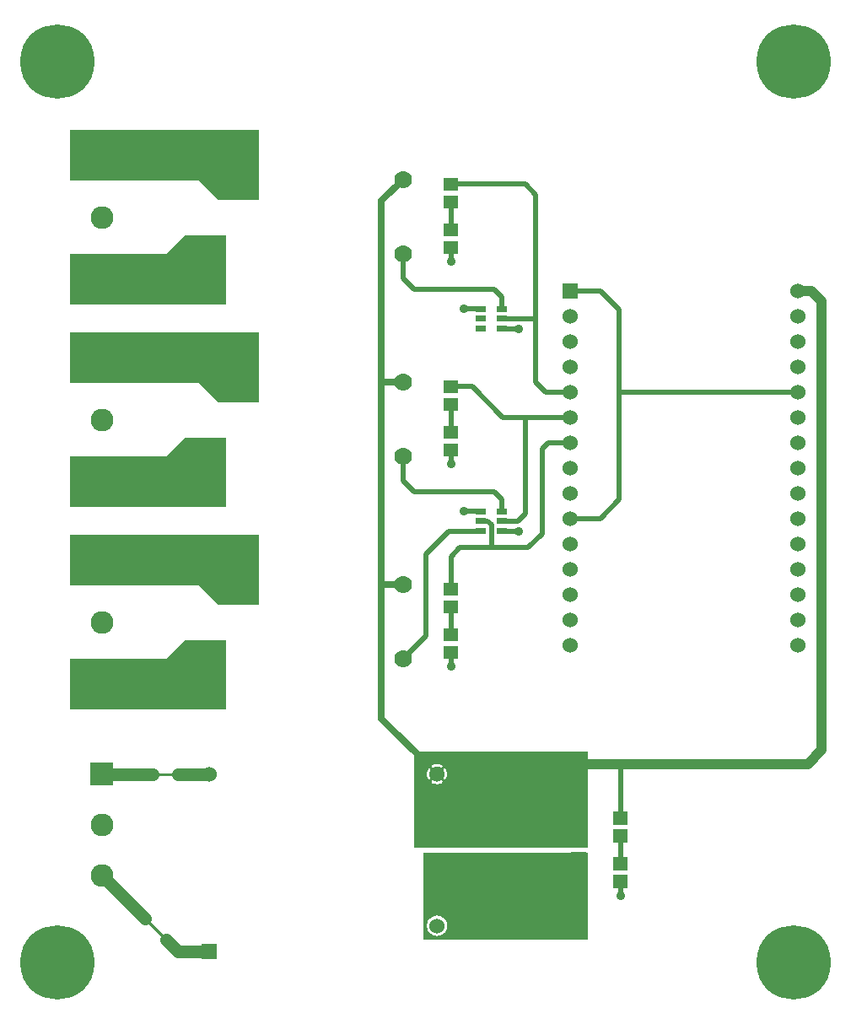
<source format=gbr>
G04 start of page 2 for group 0 idx 0 *
G04 Title: (unknown), top *
G04 Creator: pcb 4.0.2 *
G04 CreationDate: Thu Dec 31 16:53:57 2020 UTC *
G04 For: petersen *
G04 Format: Gerber/RS-274X *
G04 PCB-Dimensions (mil): 3250.00 3900.00 *
G04 PCB-Coordinate-Origin: lower left *
%MOIN*%
%FSLAX25Y25*%
%LNTOP*%
%ADD27C,0.0300*%
%ADD26C,0.0380*%
%ADD25C,0.0520*%
%ADD24C,0.0550*%
%ADD23C,0.1285*%
%ADD22C,0.0360*%
%ADD21C,0.0600*%
%ADD20C,0.0820*%
%ADD19C,0.0700*%
%ADD18C,0.0900*%
%ADD17C,0.2937*%
%ADD16C,0.0100*%
%ADD15C,0.0500*%
%ADD14C,0.0400*%
%ADD13C,0.0200*%
%ADD12C,0.0250*%
%ADD11C,0.0001*%
G54D11*G36*
X22000Y246000D02*Y266000D01*
X96500D01*
Y246000D01*
X22000D01*
G37*
G36*
X96500Y238500D02*X80500D01*
X73000Y246000D01*
Y266000D01*
X96500D01*
Y238500D01*
G37*
G36*
X22000Y217000D02*X83000D01*
Y197000D01*
X22000D01*
Y217000D01*
G37*
G36*
Y326000D02*Y346000D01*
X96500D01*
Y326000D01*
X22000D01*
G37*
G36*
X96500Y318500D02*X80500D01*
X73000Y326000D01*
Y346000D01*
X96500D01*
Y318500D01*
G37*
G36*
X22000Y297000D02*X83000D01*
Y277000D01*
X22000D01*
Y297000D01*
G37*
G36*
X83500Y304500D02*Y277000D01*
X60000D01*
Y297000D01*
X67500Y304500D01*
X83500D01*
G37*
G36*
Y224500D02*Y197000D01*
X60000D01*
Y217000D01*
X67500Y224500D01*
X83500D01*
G37*
G36*
X22000Y166000D02*Y186000D01*
X96500D01*
Y166000D01*
X22000D01*
G37*
G36*
X96500Y158500D02*X80500D01*
X73000Y166000D01*
Y186000D01*
X96500D01*
Y158500D01*
G37*
G36*
X22000Y137000D02*X83000D01*
Y117000D01*
X22000D01*
Y137000D01*
G37*
G36*
X83500Y144500D02*Y117000D01*
X60000D01*
Y137000D01*
X67500Y144500D01*
X83500D01*
G37*
G36*
X166994Y60500D02*X226500D01*
Y26000D01*
X166994D01*
Y27488D01*
X167000Y27488D01*
X167628Y27537D01*
X168240Y27684D01*
X168822Y27925D01*
X169358Y28254D01*
X169837Y28663D01*
X170246Y29142D01*
X170575Y29678D01*
X170816Y30260D01*
X170963Y30872D01*
X171000Y31500D01*
X170963Y32128D01*
X170816Y32740D01*
X170575Y33322D01*
X170246Y33858D01*
X169837Y34337D01*
X169358Y34746D01*
X168822Y35075D01*
X168240Y35316D01*
X167628Y35463D01*
X167000Y35512D01*
X166994Y35512D01*
Y60500D01*
G37*
G36*
X161500Y26000D02*Y60500D01*
X166994D01*
Y35512D01*
X166372Y35463D01*
X165760Y35316D01*
X165178Y35075D01*
X164642Y34746D01*
X164163Y34337D01*
X163754Y33858D01*
X163425Y33322D01*
X163184Y32740D01*
X163037Y32128D01*
X162988Y31500D01*
X163037Y30872D01*
X163184Y30260D01*
X163425Y29678D01*
X163754Y29142D01*
X164163Y28663D01*
X164642Y28254D01*
X165178Y27925D01*
X165760Y27684D01*
X166372Y27537D01*
X166994Y27488D01*
Y26000D01*
X161500D01*
G37*
G36*
X170284Y100500D02*X226500D01*
Y62500D01*
X170284D01*
Y89369D01*
X170287Y89370D01*
X170355Y89409D01*
X170416Y89458D01*
X170469Y89517D01*
X170511Y89583D01*
X170674Y89908D01*
X170803Y90248D01*
X170901Y90598D01*
X170967Y90956D01*
X171000Y91318D01*
Y91682D01*
X170967Y92044D01*
X170901Y92402D01*
X170803Y92752D01*
X170674Y93092D01*
X170515Y93419D01*
X170472Y93485D01*
X170419Y93544D01*
X170357Y93594D01*
X170288Y93633D01*
X170284Y93635D01*
Y100500D01*
G37*
G36*
X167002D02*X170284D01*
Y93635D01*
X170214Y93661D01*
X170137Y93677D01*
X170058Y93681D01*
X169979Y93673D01*
X169903Y93652D01*
X169830Y93620D01*
X169764Y93577D01*
X169705Y93524D01*
X169656Y93462D01*
X169616Y93393D01*
X169588Y93319D01*
X169572Y93242D01*
X169568Y93163D01*
X169576Y93084D01*
X169597Y93007D01*
X169630Y92936D01*
X169753Y92693D01*
X169850Y92438D01*
X169923Y92176D01*
X169972Y91908D01*
X169997Y91636D01*
Y91364D01*
X169972Y91092D01*
X169923Y90824D01*
X169850Y90562D01*
X169753Y90307D01*
X169633Y90063D01*
X169600Y89991D01*
X169579Y89916D01*
X169571Y89837D01*
X169575Y89759D01*
X169591Y89682D01*
X169619Y89608D01*
X169658Y89540D01*
X169707Y89479D01*
X169766Y89426D01*
X169832Y89383D01*
X169904Y89351D01*
X169980Y89330D01*
X170058Y89322D01*
X170136Y89326D01*
X170213Y89342D01*
X170284Y89369D01*
Y62500D01*
X167002D01*
Y87500D01*
X167182D01*
X167544Y87533D01*
X167902Y87599D01*
X168252Y87697D01*
X168592Y87826D01*
X168919Y87985D01*
X168985Y88028D01*
X169044Y88081D01*
X169094Y88143D01*
X169133Y88212D01*
X169161Y88286D01*
X169177Y88363D01*
X169181Y88442D01*
X169173Y88521D01*
X169152Y88597D01*
X169120Y88670D01*
X169077Y88736D01*
X169024Y88795D01*
X168962Y88844D01*
X168893Y88884D01*
X168819Y88912D01*
X168742Y88928D01*
X168663Y88932D01*
X168584Y88924D01*
X168507Y88903D01*
X168436Y88870D01*
X168193Y88747D01*
X167938Y88650D01*
X167676Y88577D01*
X167408Y88528D01*
X167136Y88503D01*
X167002D01*
Y94497D01*
X167136D01*
X167408Y94472D01*
X167676Y94423D01*
X167938Y94350D01*
X168193Y94253D01*
X168437Y94133D01*
X168509Y94100D01*
X168584Y94079D01*
X168663Y94071D01*
X168741Y94075D01*
X168818Y94091D01*
X168892Y94119D01*
X168960Y94158D01*
X169021Y94207D01*
X169074Y94266D01*
X169117Y94332D01*
X169149Y94404D01*
X169170Y94480D01*
X169178Y94558D01*
X169174Y94636D01*
X169158Y94713D01*
X169130Y94787D01*
X169091Y94855D01*
X169042Y94916D01*
X168983Y94969D01*
X168917Y95011D01*
X168592Y95174D01*
X168252Y95303D01*
X167902Y95401D01*
X167544Y95467D01*
X167182Y95500D01*
X167002D01*
Y100500D01*
G37*
G36*
X163716D02*X167002D01*
Y95500D01*
X166818D01*
X166456Y95467D01*
X166098Y95401D01*
X165748Y95303D01*
X165408Y95174D01*
X165081Y95015D01*
X165015Y94972D01*
X164956Y94919D01*
X164906Y94857D01*
X164867Y94788D01*
X164839Y94714D01*
X164823Y94637D01*
X164819Y94558D01*
X164827Y94479D01*
X164848Y94403D01*
X164880Y94330D01*
X164923Y94264D01*
X164976Y94205D01*
X165038Y94156D01*
X165107Y94116D01*
X165181Y94088D01*
X165258Y94072D01*
X165337Y94068D01*
X165416Y94076D01*
X165493Y94097D01*
X165564Y94130D01*
X165807Y94253D01*
X166062Y94350D01*
X166324Y94423D01*
X166592Y94472D01*
X166864Y94497D01*
X167002D01*
Y88503D01*
X166864D01*
X166592Y88528D01*
X166324Y88577D01*
X166062Y88650D01*
X165807Y88747D01*
X165563Y88867D01*
X165491Y88900D01*
X165415Y88921D01*
X165337Y88929D01*
X165259Y88925D01*
X165182Y88909D01*
X165108Y88881D01*
X165040Y88842D01*
X164979Y88793D01*
X164926Y88734D01*
X164883Y88668D01*
X164851Y88596D01*
X164830Y88520D01*
X164822Y88442D01*
X164826Y88364D01*
X164842Y88287D01*
X164870Y88213D01*
X164909Y88145D01*
X164958Y88084D01*
X165017Y88031D01*
X165083Y87989D01*
X165408Y87826D01*
X165748Y87697D01*
X166098Y87599D01*
X166456Y87533D01*
X166818Y87500D01*
X167002D01*
Y62500D01*
X163716D01*
Y89365D01*
X163786Y89339D01*
X163863Y89323D01*
X163942Y89319D01*
X164021Y89327D01*
X164097Y89348D01*
X164170Y89380D01*
X164236Y89423D01*
X164295Y89476D01*
X164344Y89538D01*
X164384Y89607D01*
X164412Y89681D01*
X164428Y89758D01*
X164432Y89837D01*
X164424Y89916D01*
X164403Y89993D01*
X164370Y90064D01*
X164247Y90307D01*
X164150Y90562D01*
X164077Y90824D01*
X164028Y91092D01*
X164003Y91364D01*
Y91636D01*
X164028Y91908D01*
X164077Y92176D01*
X164150Y92438D01*
X164247Y92693D01*
X164367Y92937D01*
X164400Y93009D01*
X164421Y93085D01*
X164429Y93163D01*
X164425Y93241D01*
X164409Y93318D01*
X164381Y93392D01*
X164342Y93460D01*
X164293Y93521D01*
X164234Y93574D01*
X164168Y93617D01*
X164096Y93649D01*
X164020Y93670D01*
X163942Y93678D01*
X163864Y93674D01*
X163787Y93658D01*
X163716Y93631D01*
Y100500D01*
G37*
G36*
X158000D02*X163716D01*
Y93631D01*
X163713Y93630D01*
X163645Y93591D01*
X163584Y93542D01*
X163531Y93483D01*
X163489Y93417D01*
X163326Y93092D01*
X163197Y92752D01*
X163099Y92402D01*
X163033Y92044D01*
X163000Y91682D01*
Y91318D01*
X163033Y90956D01*
X163099Y90598D01*
X163197Y90248D01*
X163326Y89908D01*
X163485Y89581D01*
X163528Y89515D01*
X163581Y89456D01*
X163643Y89406D01*
X163712Y89367D01*
X163716Y89365D01*
Y62500D01*
X158000D01*
Y100500D01*
G37*
G54D12*X145000Y113500D02*Y318000D01*
X153500Y246500D02*X145000D01*
G54D13*X153500Y216972D02*Y207500D01*
X192500Y267500D02*X199300D01*
X309500Y242500D02*X239000D01*
G54D14*X309500Y282500D02*X315000D01*
X319000Y278500D01*
G54D13*X219500Y242500D02*X210000D01*
X206000Y246500D01*
X219500Y282500D02*X231500D01*
X239000Y275000D01*
Y200000D01*
X231500Y192500D01*
X219500D01*
G54D14*X319000Y278500D02*Y101000D01*
X313500Y95500D01*
G54D13*X219500Y232500D02*X193000D01*
X219500Y222500D02*X211000D01*
X208500Y220000D01*
X202000Y232500D02*Y194500D01*
X198900Y191400D01*
X208500Y220000D02*Y186500D01*
X203000Y181000D01*
G54D12*X145000Y318000D02*X153500Y326500D01*
G54D13*Y296972D02*Y287500D01*
X158000Y283000D01*
X189500D01*
X192500Y280000D01*
Y275300D01*
X184300D02*X177500D01*
X172500Y317457D02*Y306543D01*
X206000Y320500D02*X201957Y324543D01*
X172500D01*
Y299457D02*Y294000D01*
Y237457D02*Y226543D01*
Y219457D02*Y214000D01*
X206000Y246500D02*Y320500D01*
X192500Y271400D02*X206000D01*
X193000Y232500D02*X180957Y244543D01*
X172500D01*
X153500Y207500D02*X158000Y203000D01*
X189500D01*
X192500Y200000D01*
Y195300D01*
X203000Y181000D02*X176000D01*
X184300Y187500D02*X171500D01*
X162500Y178500D01*
X176000Y181000D02*X172500Y177500D01*
X188500Y181000D02*Y190000D01*
X184300Y195300D02*X177500D01*
X192500Y187500D02*X199300D01*
X198900Y191400D02*X192500D01*
X188500Y190000D02*X187100Y191400D01*
X184300D01*
G54D14*X313500Y95500D02*X211500D01*
G54D13*X239500Y66957D02*Y56043D01*
Y48957D02*Y43500D01*
Y74043D02*Y95500D01*
G54D12*X163500Y95000D02*X145000Y113500D01*
G54D13*X172500Y139457D02*Y134000D01*
G54D15*X34500Y91500D02*X54500D01*
G54D16*X64500D01*
G54D15*X77000D01*
Y21500D02*X64500D01*
X60000Y26000D01*
G54D16*X51500Y34500D01*
G54D15*X34500Y51500D01*
G54D12*X153500Y166500D02*X145000D01*
G54D13*X162500Y178500D02*Y145972D01*
X153500Y136972D01*
X172500Y157457D02*Y146543D01*
Y177500D02*Y164543D01*
G54D17*X308000Y373000D03*
X17000D03*
G54D11*G36*
X30000Y296000D02*Y287000D01*
X39000D01*
Y296000D01*
X30000D01*
G37*
G54D18*X34500Y311500D03*
Y331500D03*
G54D19*X153500Y326500D03*
Y296972D03*
G54D20*X88539Y326500D03*
X74760Y296972D03*
G54D11*G36*
X216500Y285500D02*Y279500D01*
X222500D01*
Y285500D01*
X216500D01*
G37*
G54D21*X219500Y272500D03*
Y262500D03*
Y252500D03*
Y242500D03*
Y232500D03*
Y222500D03*
Y212500D03*
Y202500D03*
Y192500D03*
G54D19*X153500Y246500D03*
Y216972D03*
G54D20*X88539Y246500D03*
X74760Y216972D03*
G54D11*G36*
X30000Y216000D02*Y207000D01*
X39000D01*
Y216000D01*
X30000D01*
G37*
G54D18*X34500Y231500D03*
Y251500D03*
G54D21*X309500Y282500D03*
Y272500D03*
Y262500D03*
Y252500D03*
Y242500D03*
Y232500D03*
Y222500D03*
Y212500D03*
Y202500D03*
Y192500D03*
Y182500D03*
Y172500D03*
Y162500D03*
Y152500D03*
Y142500D03*
G54D17*X308000Y17000D03*
G54D21*X167000Y31500D03*
X219500Y142500D03*
G54D11*G36*
X74000Y24500D02*Y18500D01*
X80000D01*
Y24500D01*
X74000D01*
G37*
G54D21*X167000Y91500D03*
X77000D03*
X219500Y182500D03*
Y172500D03*
Y162500D03*
Y152500D03*
G54D17*X17000Y17000D03*
G54D19*X153500Y166500D03*
Y136972D03*
G54D20*X88539Y166500D03*
X74760Y136972D03*
G54D11*G36*
X30000Y136000D02*Y127000D01*
X39000D01*
Y136000D01*
X30000D01*
G37*
G54D18*X34500Y151500D03*
Y171500D03*
G54D11*G36*
X30000Y96000D02*Y87000D01*
X39000D01*
Y96000D01*
X30000D01*
G37*
G54D18*X34500Y71500D03*
Y51500D03*
G54D11*G36*
X182300Y196500D02*Y194100D01*
X186300D01*
Y196500D01*
X182300D01*
G37*
G36*
Y192600D02*Y190200D01*
X186300D01*
Y192600D01*
X182300D01*
G37*
G36*
Y188700D02*Y186300D01*
X186300D01*
Y188700D01*
X182300D01*
G37*
G36*
Y276500D02*Y274100D01*
X186300D01*
Y276500D01*
X182300D01*
G37*
G36*
Y272600D02*Y270200D01*
X186300D01*
Y272600D01*
X182300D01*
G37*
G36*
Y268700D02*Y266300D01*
X186300D01*
Y268700D01*
X182300D01*
G37*
G36*
X190500Y188700D02*Y186300D01*
X194500D01*
Y188700D01*
X190500D01*
G37*
G36*
Y192600D02*Y190200D01*
X194500D01*
Y192600D01*
X190500D01*
G37*
G36*
Y196500D02*Y194100D01*
X194500D01*
Y196500D01*
X190500D01*
G37*
G36*
Y268700D02*Y266300D01*
X194500D01*
Y268700D01*
X190500D01*
G37*
G36*
Y272600D02*Y270200D01*
X194500D01*
Y272600D01*
X190500D01*
G37*
G36*
Y276500D02*Y274100D01*
X194500D01*
Y276500D01*
X190500D01*
G37*
G36*
X169548Y142016D02*Y136898D01*
X175452D01*
Y142016D01*
X169548D01*
G37*
G36*
Y149102D02*Y143984D01*
X175452D01*
Y149102D01*
X169548D01*
G37*
G36*
Y160016D02*Y154898D01*
X175452D01*
Y160016D01*
X169548D01*
G37*
G36*
Y167102D02*Y161984D01*
X175452D01*
Y167102D01*
X169548D01*
G37*
G36*
X220048Y67602D02*Y62484D01*
X225952D01*
Y67602D01*
X220048D01*
G37*
G36*
Y60516D02*Y55398D01*
X225952D01*
Y60516D01*
X220048D01*
G37*
G36*
X204650Y77642D02*X198350D01*
Y65043D01*
X204650D01*
Y77642D01*
G37*
G36*
Y57957D02*X198350D01*
Y45358D01*
X204650D01*
Y57957D01*
G37*
G36*
X236548Y51516D02*Y46398D01*
X242452D01*
Y51516D01*
X236548D01*
G37*
G36*
Y58602D02*Y53484D01*
X242452D01*
Y58602D01*
X236548D01*
G37*
G36*
Y69516D02*Y64398D01*
X242452D01*
Y69516D01*
X236548D01*
G37*
G36*
Y76602D02*Y71484D01*
X242452D01*
Y76602D01*
X236548D01*
G37*
G36*
X169548Y302016D02*Y296898D01*
X175452D01*
Y302016D01*
X169548D01*
G37*
G36*
Y309102D02*Y303984D01*
X175452D01*
Y309102D01*
X169548D01*
G37*
G36*
Y320016D02*Y314898D01*
X175452D01*
Y320016D01*
X169548D01*
G37*
G36*
Y327102D02*Y321984D01*
X175452D01*
Y327102D01*
X169548D01*
G37*
G36*
Y222016D02*Y216898D01*
X175452D01*
Y222016D01*
X169548D01*
G37*
G36*
Y229102D02*Y223984D01*
X175452D01*
Y229102D01*
X169548D01*
G37*
G36*
Y240016D02*Y234898D01*
X175452D01*
Y240016D01*
X169548D01*
G37*
G36*
Y247102D02*Y241984D01*
X175452D01*
Y247102D01*
X169548D01*
G37*
G54D22*X177500Y275300D03*
X199300Y267500D03*
X172500Y294000D03*
X177500Y195300D03*
X199300Y187500D03*
X172500Y214000D03*
Y134000D03*
X206000Y31500D03*
X213500D03*
X221000D03*
X183500D03*
X191000D03*
X198500D03*
X183500Y39000D03*
X191000D03*
X198500D03*
X206000D03*
X213500D03*
X221000D03*
X239500Y43500D03*
G54D13*G54D23*G54D24*G54D14*G54D25*G54D26*G54D14*G54D25*G54D24*G54D26*G54D23*G54D27*G54D26*G54D27*G54D26*G54D23*G54D14*G54D25*G54D24*M02*

</source>
